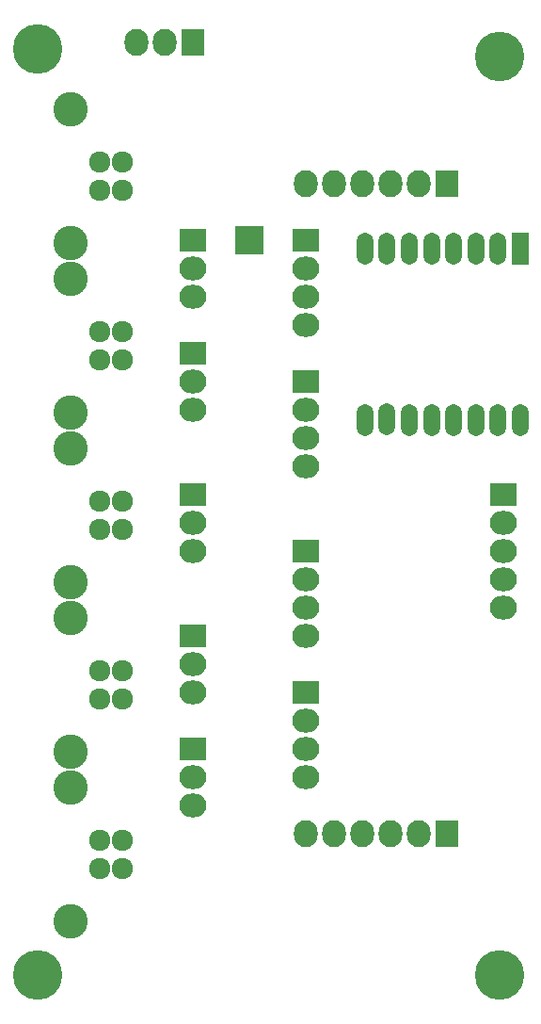
<source format=gbs>
%TF.GenerationSoftware,KiCad,Pcbnew,4.0.1-stable*%
%TF.CreationDate,2016-01-20T20:58:58+01:00*%
%TF.ProjectId,main_board,6D61696E5F626F6172642E6B69636164,rev?*%
%TF.FileFunction,Soldermask,Bot*%
%FSLAX46Y46*%
G04 Gerber Fmt 4.6, Leading zero omitted, Abs format (unit mm)*
G04 Created by KiCad (PCBNEW 4.0.1-stable) date Wed 20 Jan 2016 08:58:58 PM CET*
%MOMM*%
G01*
G04 APERTURE LIST*
%ADD10C,0.100000*%
%ADD11R,1.500000X2.900000*%
%ADD12O,1.500000X2.900000*%
%ADD13R,2.432000X2.127200*%
%ADD14O,2.432000X2.127200*%
%ADD15C,1.924000*%
%ADD16C,3.100020*%
%ADD17C,4.464000*%
%ADD18R,2.127200X2.432000*%
%ADD19O,2.127200X2.432000*%
%ADD20R,2.635200X2.635200*%
G04 APERTURE END LIST*
D10*
D11*
X131064000Y-99884000D03*
D12*
X129064000Y-99884000D03*
X127064000Y-99884000D03*
X125064000Y-99884000D03*
X123064000Y-99884000D03*
X121064000Y-99884000D03*
X119064000Y-99884000D03*
X117064000Y-99884000D03*
X117064000Y-115284000D03*
X119064000Y-115184000D03*
X121064000Y-115284000D03*
X123064000Y-115284000D03*
X125064000Y-115284000D03*
X127064000Y-115284000D03*
X129064000Y-115284000D03*
X131064000Y-115284000D03*
D13*
X129540000Y-121920000D03*
D14*
X129540000Y-124460000D03*
X129540000Y-127000000D03*
X129540000Y-129540000D03*
X129540000Y-132080000D03*
D15*
X95250000Y-153035000D03*
X95250000Y-155575000D03*
X93251020Y-155575000D03*
X93251020Y-153035000D03*
D16*
X90551000Y-148305520D03*
X90551000Y-160304480D03*
D15*
X95250000Y-137795000D03*
X95250000Y-140335000D03*
X93251020Y-140335000D03*
X93251020Y-137795000D03*
D16*
X90551000Y-133065520D03*
X90551000Y-145064480D03*
D15*
X95250000Y-122555000D03*
X95250000Y-125095000D03*
X93251020Y-125095000D03*
X93251020Y-122555000D03*
D16*
X90551000Y-117825520D03*
X90551000Y-129824480D03*
D15*
X95250000Y-107315000D03*
X95250000Y-109855000D03*
X93251020Y-109855000D03*
X93251020Y-107315000D03*
D16*
X90551000Y-102585520D03*
X90551000Y-114584480D03*
D15*
X95250000Y-92075000D03*
X95250000Y-94615000D03*
X93251020Y-94615000D03*
X93251020Y-92075000D03*
D16*
X90551000Y-87345520D03*
X90551000Y-99344480D03*
D17*
X87630000Y-165100000D03*
X129222500Y-165100000D03*
X129222500Y-82550000D03*
D13*
X101600000Y-99060000D03*
D14*
X101600000Y-101600000D03*
X101600000Y-104140000D03*
D13*
X101600000Y-109220000D03*
D14*
X101600000Y-111760000D03*
X101600000Y-114300000D03*
D13*
X101600000Y-121920000D03*
D14*
X101600000Y-124460000D03*
X101600000Y-127000000D03*
D13*
X101600000Y-134620000D03*
D14*
X101600000Y-137160000D03*
X101600000Y-139700000D03*
D13*
X101600000Y-144780000D03*
D14*
X101600000Y-147320000D03*
X101600000Y-149860000D03*
D17*
X87630000Y-81915000D03*
D18*
X101600000Y-81280000D03*
D19*
X99060000Y-81280000D03*
X96520000Y-81280000D03*
D18*
X124460000Y-93980000D03*
D19*
X121920000Y-93980000D03*
X119380000Y-93980000D03*
X116840000Y-93980000D03*
X114300000Y-93980000D03*
X111760000Y-93980000D03*
D18*
X124460000Y-152400000D03*
D19*
X121920000Y-152400000D03*
X119380000Y-152400000D03*
X116840000Y-152400000D03*
X114300000Y-152400000D03*
X111760000Y-152400000D03*
D13*
X111760000Y-139700000D03*
D14*
X111760000Y-142240000D03*
X111760000Y-144780000D03*
X111760000Y-147320000D03*
D13*
X111760000Y-127000000D03*
D14*
X111760000Y-129540000D03*
X111760000Y-132080000D03*
X111760000Y-134620000D03*
D13*
X111760000Y-111760000D03*
D14*
X111760000Y-114300000D03*
X111760000Y-116840000D03*
X111760000Y-119380000D03*
D13*
X111760000Y-99060000D03*
D14*
X111760000Y-101600000D03*
X111760000Y-104140000D03*
X111760000Y-106680000D03*
D20*
X106680000Y-99060000D03*
M02*

</source>
